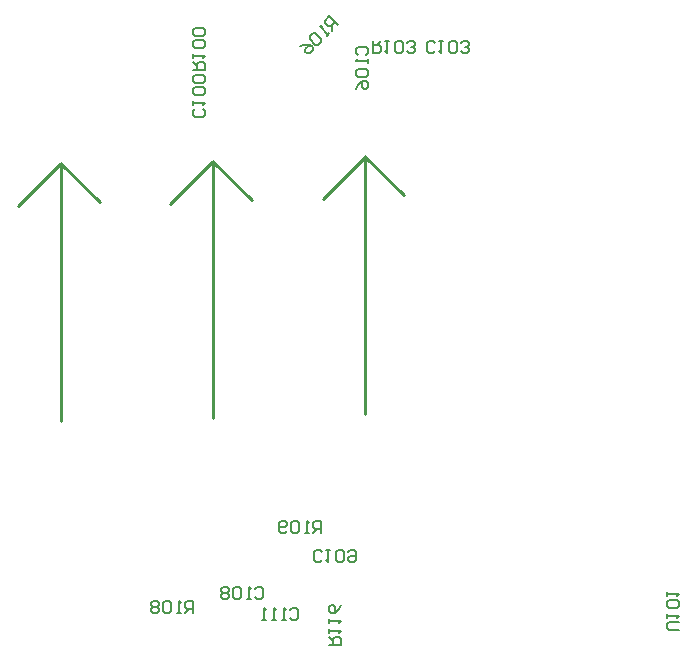
<source format=gbr>
G04*
G04 #@! TF.GenerationSoftware,Altium Limited,Altium Designer,23.10.1 (27)*
G04*
G04 Layer_Color=32896*
%FSLAX44Y44*%
%MOMM*%
G71*
G04*
G04 #@! TF.SameCoordinates,671930CB-C111-41D6-978D-B382350784AC*
G04*
G04*
G04 #@! TF.FilePolarity,Positive*
G04*
G01*
G75*
%ADD12C,0.1524*%
%ADD30C,0.2540*%
D12*
X416341Y56726D02*
X418034Y58418D01*
X421419D01*
X423112Y56726D01*
Y49954D01*
X421419Y48262D01*
X418034D01*
X416341Y49954D01*
X412956Y48262D02*
X409570D01*
X411263D01*
Y58418D01*
X412956Y56726D01*
X404492D02*
X402799Y58418D01*
X399413D01*
X397720Y56726D01*
Y49954D01*
X399413Y48262D01*
X402799D01*
X404492Y49954D01*
Y56726D01*
X394335D02*
X392642Y58418D01*
X389257D01*
X387564Y56726D01*
Y55033D01*
X389257Y53340D01*
X387564Y51647D01*
Y49954D01*
X389257Y48262D01*
X392642D01*
X394335Y49954D01*
Y51647D01*
X392642Y53340D01*
X394335Y55033D01*
Y56726D01*
X392642Y53340D02*
X389257D01*
X363976Y37086D02*
Y47242D01*
X358898D01*
X357205Y45550D01*
Y42164D01*
X358898Y40471D01*
X363976D01*
X360591D02*
X357205Y37086D01*
X353820D02*
X350434D01*
X352127D01*
Y47242D01*
X353820Y45550D01*
X345356D02*
X343663Y47242D01*
X340277D01*
X338585Y45550D01*
Y38778D01*
X340277Y37086D01*
X343663D01*
X345356Y38778D01*
Y45550D01*
X335199D02*
X333506Y47242D01*
X330121D01*
X328428Y45550D01*
Y43857D01*
X330121Y42164D01*
X328428Y40471D01*
Y38778D01*
X330121Y37086D01*
X333506D01*
X335199Y38778D01*
Y40471D01*
X333506Y42164D01*
X335199Y43857D01*
Y45550D01*
X333506Y42164D02*
X330121D01*
X478542Y9442D02*
X488698D01*
Y14520D01*
X487006Y16213D01*
X483620D01*
X481927Y14520D01*
Y9442D01*
Y12828D02*
X478542Y16213D01*
Y19599D02*
Y22984D01*
Y21292D01*
X488698D01*
X487006Y19599D01*
X478542Y28063D02*
Y31448D01*
Y29756D01*
X488698D01*
X487006Y28063D01*
X488698Y43298D02*
X487006Y39912D01*
X483620Y36527D01*
X480234D01*
X478542Y38219D01*
Y41605D01*
X480234Y43298D01*
X481927D01*
X483620Y41605D01*
Y36527D01*
X486313Y534757D02*
X479131Y541939D01*
X475540Y538348D01*
Y535954D01*
X477934Y533560D01*
X480328D01*
X483919Y537151D01*
X481525Y534757D02*
Y529969D01*
X479131Y527575D02*
X476737Y525182D01*
X477934Y526379D01*
X470752Y533560D01*
X473146D01*
X467161Y527575D02*
X464768D01*
X462374Y525182D01*
Y522788D01*
X467161Y518000D01*
X469556D01*
X471949Y520394D01*
Y522788D01*
X467161Y527575D01*
X453995Y516803D02*
X457586Y518000D01*
X462374Y518000D01*
X464768Y515606D01*
Y513212D01*
X462374Y510818D01*
X459980D01*
X458783Y512015D01*
Y514409D01*
X462374Y518000D01*
X363984Y496830D02*
X374140D01*
Y501908D01*
X372448Y503601D01*
X369062D01*
X367369Y501908D01*
Y496830D01*
Y500215D02*
X363984Y503601D01*
Y506986D02*
Y510372D01*
Y508679D01*
X374140D01*
X372448Y506986D01*
Y515450D02*
X374140Y517143D01*
Y520529D01*
X372448Y522221D01*
X365676D01*
X363984Y520529D01*
Y517143D01*
X365676Y515450D01*
X372448D01*
Y525607D02*
X374140Y527300D01*
Y530686D01*
X372448Y532378D01*
X365676D01*
X363984Y530686D01*
Y527300D01*
X365676Y525607D01*
X372448D01*
X515716Y520845D02*
Y510688D01*
X520794D01*
X522487Y512381D01*
Y515766D01*
X520794Y517459D01*
X515716D01*
X519101D02*
X522487Y520845D01*
X525872D02*
X529258D01*
X527565D01*
Y510688D01*
X525872Y512381D01*
X534336D02*
X536029Y510688D01*
X539415D01*
X541108Y512381D01*
Y519152D01*
X539415Y520845D01*
X536029D01*
X534336Y519152D01*
Y512381D01*
X544493D02*
X546186Y510688D01*
X549571D01*
X551264Y512381D01*
Y514073D01*
X549571Y515766D01*
X547879D01*
X549571D01*
X551264Y517459D01*
Y519152D01*
X549571Y520845D01*
X546186D01*
X544493Y519152D01*
X471628Y104553D02*
Y114710D01*
X466549D01*
X464856Y113017D01*
Y109631D01*
X466549Y107938D01*
X471628D01*
X468242D02*
X464856Y104553D01*
X461471D02*
X458085D01*
X459778D01*
Y114710D01*
X461471Y113017D01*
X453007D02*
X451314Y114710D01*
X447929D01*
X446236Y113017D01*
Y106246D01*
X447929Y104553D01*
X451314D01*
X453007Y106246D01*
Y113017D01*
X442850Y106246D02*
X441157Y104553D01*
X437772D01*
X436079Y106246D01*
Y113017D01*
X437772Y114710D01*
X441157D01*
X442850Y113017D01*
Y111324D01*
X441157Y109631D01*
X436079D01*
X372194Y463469D02*
X373886Y461776D01*
Y458391D01*
X372194Y456698D01*
X365422D01*
X363730Y458391D01*
Y461776D01*
X365422Y463469D01*
X363730Y466854D02*
Y470240D01*
Y468547D01*
X373886D01*
X372194Y466854D01*
Y475318D02*
X373886Y477011D01*
Y480397D01*
X372194Y482090D01*
X365422D01*
X363730Y480397D01*
Y477011D01*
X365422Y475318D01*
X372194D01*
Y485475D02*
X373886Y487168D01*
Y490554D01*
X372194Y492246D01*
X365422D01*
X363730Y490554D01*
Y487168D01*
X365422Y485475D01*
X372194D01*
X503155Y509162D02*
X501463Y510855D01*
Y514240D01*
X503155Y515933D01*
X509926D01*
X511619Y514240D01*
Y510855D01*
X509926Y509162D01*
X511619Y505776D02*
Y502391D01*
Y504084D01*
X501463D01*
X503155Y505776D01*
Y497312D02*
X501463Y495620D01*
Y492234D01*
X503155Y490541D01*
X509926D01*
X511619Y492234D01*
Y495620D01*
X509926Y497312D01*
X503155D01*
X501463Y480385D02*
X503155Y483770D01*
X506541Y487156D01*
X509926D01*
X511619Y485463D01*
Y482077D01*
X509926Y480385D01*
X508234D01*
X506541Y482077D01*
Y487156D01*
X568875Y512542D02*
X567182Y510849D01*
X563797D01*
X562104Y512542D01*
Y519313D01*
X563797Y521006D01*
X567182D01*
X568875Y519313D01*
X572261Y521006D02*
X575646D01*
X573953D01*
Y510849D01*
X572261Y512542D01*
X580724D02*
X582417Y510849D01*
X585803D01*
X587495Y512542D01*
Y519313D01*
X585803Y521006D01*
X582417D01*
X580724Y519313D01*
Y512542D01*
X590881D02*
X592574Y510849D01*
X595960D01*
X597652Y512542D01*
Y514235D01*
X595960Y515928D01*
X594267D01*
X595960D01*
X597652Y517621D01*
Y519313D01*
X595960Y521006D01*
X592574D01*
X590881Y519313D01*
X446106Y39454D02*
X447799Y41146D01*
X451184D01*
X452877Y39454D01*
Y32682D01*
X451184Y30990D01*
X447799D01*
X446106Y32682D01*
X442720Y30990D02*
X439335D01*
X441028D01*
Y41146D01*
X442720Y39454D01*
X434256Y30990D02*
X430871D01*
X432564D01*
Y41146D01*
X434256Y39454D01*
X425793Y30990D02*
X422407D01*
X424100D01*
Y41146D01*
X425793Y39454D01*
X472567Y81958D02*
X470874Y80266D01*
X467489D01*
X465796Y81958D01*
Y88730D01*
X467489Y90422D01*
X470874D01*
X472567Y88730D01*
X475952Y90422D02*
X479338D01*
X477645D01*
Y80266D01*
X475952Y81958D01*
X484416D02*
X486109Y80266D01*
X489495D01*
X491188Y81958D01*
Y88730D01*
X489495Y90422D01*
X486109D01*
X484416Y88730D01*
Y81958D01*
X494573Y88730D02*
X496266Y90422D01*
X499651D01*
X501344Y88730D01*
Y81958D01*
X499651Y80266D01*
X496266D01*
X494573Y81958D01*
Y83651D01*
X496266Y85344D01*
X501344D01*
X775181Y22299D02*
X766717D01*
X765024Y23992D01*
Y27377D01*
X766717Y29070D01*
X775181D01*
X765024Y32456D02*
Y35841D01*
Y34148D01*
X775181D01*
X773488Y32456D01*
Y40919D02*
X775181Y42612D01*
Y45998D01*
X773488Y47691D01*
X766717D01*
X765024Y45998D01*
Y42612D01*
X766717Y40919D01*
X773488D01*
X765024Y51076D02*
Y54462D01*
Y52769D01*
X775181D01*
X773488Y51076D01*
D30*
X509500Y205497D02*
Y423497D01*
Y422997D02*
X542500Y390497D01*
X509500Y422497D02*
Y423497D01*
Y416497D02*
Y423497D01*
X509000Y422997D02*
X509500D01*
X473500Y387497D02*
X509000Y422997D01*
X380500Y201497D02*
Y419497D01*
Y418997D02*
X413500Y386497D01*
X380500Y418497D02*
Y419497D01*
Y412497D02*
Y419497D01*
X380000Y418997D02*
X380500D01*
X344500Y383497D02*
X380000Y418997D01*
X251500Y199497D02*
Y417497D01*
Y416997D02*
X284500Y384497D01*
X251500Y416497D02*
Y417497D01*
Y410497D02*
Y417497D01*
X251000Y416997D02*
X251500D01*
X215500Y381497D02*
X251000Y416997D01*
M02*

</source>
